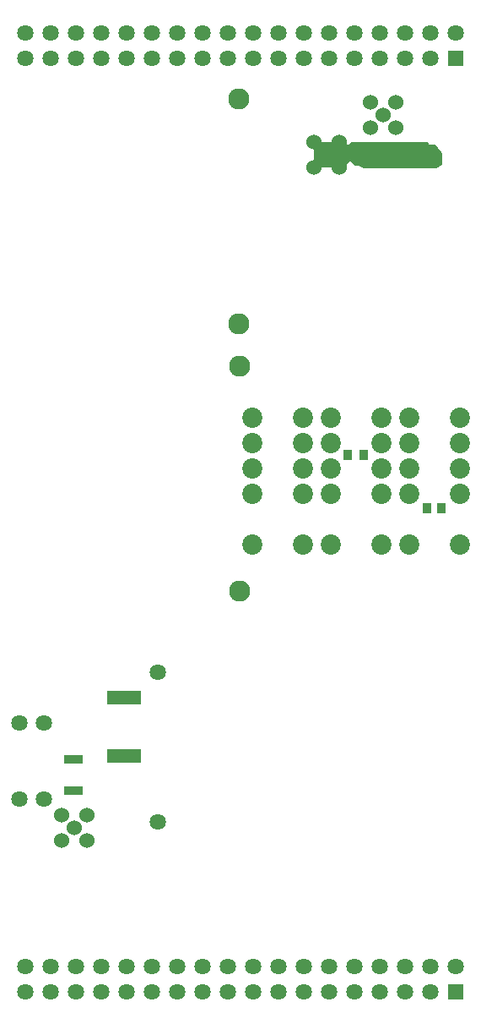
<source format=gbs>
G04*
G04 #@! TF.GenerationSoftware,Altium Limited,Altium Designer,22.4.2 (48)*
G04*
G04 Layer_Color=16711935*
%FSLAX25Y25*%
%MOIN*%
G70*
G04*
G04 #@! TF.SameCoordinates,2E2B2F14-C775-4052-8AD3-083FCFC3520C*
G04*
G04*
G04 #@! TF.FilePolarity,Negative*
G04*
G01*
G75*
%ADD31C,0.01181*%
%ADD32R,0.13492X0.05815*%
%ADD37R,0.03650X0.04043*%
%ADD48C,0.06406*%
%ADD49C,0.06012*%
%ADD50C,0.07980*%
%ADD51C,0.08374*%
%ADD52R,0.06406X0.06406*%
%ADD65R,0.07193X0.03650*%
G36*
X138347Y-51968D02*
X175057D01*
X175856Y-52768D01*
X177856Y-56268D01*
Y-59768D01*
X177356Y-60268D01*
X177325Y-60236D01*
X143740D01*
X141651Y-58147D01*
X138893Y-60905D01*
X127284D01*
Y-50906D01*
X137284D01*
X138347Y-51968D01*
D02*
G37*
D31*
X177356Y-55975D02*
G03*
X176856Y-54768I-1707J0D01*
G01*
D02*
G03*
X170821Y-52268I-6036J-6036D01*
G01*
X176356Y-60268D02*
G03*
X177356Y-57854I-2414J2414D01*
G01*
X175149Y-60768D02*
G03*
X176356Y-60268I0J1707D01*
G01*
X145649Y-60061D02*
G03*
X147356Y-60768I1707J1707D01*
G01*
X145356Y-59768D02*
G03*
X142942Y-58768I-2414J-2414D01*
G01*
X167856Y-51768D02*
X171856D01*
X164356D02*
X167856D01*
X160356D02*
X164356D01*
X156856D02*
X160356D01*
X153356D02*
X156856D01*
X149356D02*
X153356D01*
X145356D02*
X149356D01*
X142327D02*
X145356D01*
X141732Y-52362D02*
X142327Y-51768D01*
X177356Y-57268D02*
Y-55975D01*
X163356Y-60768D02*
X175149D01*
X159356D02*
X163356D01*
X177356Y-57854D02*
Y-57268D01*
X155356Y-60768D02*
X163356D01*
X147356D02*
X163356D01*
X145356Y-59768D02*
X145649Y-60061D01*
D32*
X52165Y-270000D02*
D03*
Y-293032D02*
D03*
D37*
X147008Y-174449D02*
D03*
X140472Y-174409D02*
D03*
X177559Y-195276D02*
D03*
X172047D02*
D03*
D48*
X11024Y-309882D02*
D03*
Y-279882D02*
D03*
X20472D02*
D03*
Y-309882D02*
D03*
X65748Y-318898D02*
D03*
Y-259842D02*
D03*
X173425Y-385827D02*
D03*
X163425D02*
D03*
X153425D02*
D03*
X143425D02*
D03*
X133425D02*
D03*
X123425D02*
D03*
X113425D02*
D03*
X103425D02*
D03*
Y-375827D02*
D03*
X123425D02*
D03*
X133425D02*
D03*
X143425D02*
D03*
X183425D02*
D03*
X173425D02*
D03*
X163425D02*
D03*
X153425D02*
D03*
X113425D02*
D03*
X93425Y-385827D02*
D03*
Y-375827D02*
D03*
X83425Y-385827D02*
D03*
Y-375827D02*
D03*
X73425Y-385827D02*
D03*
Y-375827D02*
D03*
X63425Y-385827D02*
D03*
Y-375827D02*
D03*
X53425Y-385827D02*
D03*
Y-375827D02*
D03*
X43425Y-385827D02*
D03*
Y-375827D02*
D03*
X33425Y-385827D02*
D03*
Y-375827D02*
D03*
X23425Y-385827D02*
D03*
Y-375827D02*
D03*
X13425Y-385827D02*
D03*
Y-375827D02*
D03*
Y-7874D02*
D03*
Y-17874D02*
D03*
X23425Y-7874D02*
D03*
Y-17874D02*
D03*
X33425Y-7874D02*
D03*
Y-17874D02*
D03*
X43425Y-7874D02*
D03*
Y-17874D02*
D03*
X53425Y-7874D02*
D03*
Y-17874D02*
D03*
X63425Y-7874D02*
D03*
Y-17874D02*
D03*
X73425Y-7874D02*
D03*
Y-17874D02*
D03*
X83425Y-7874D02*
D03*
Y-17874D02*
D03*
X93425Y-7874D02*
D03*
Y-17874D02*
D03*
X103425Y-7874D02*
D03*
Y-17874D02*
D03*
X113425Y-7874D02*
D03*
Y-17874D02*
D03*
X123425Y-7874D02*
D03*
Y-17874D02*
D03*
X133425Y-7874D02*
D03*
Y-17874D02*
D03*
X143425Y-7874D02*
D03*
Y-17874D02*
D03*
X153425Y-7874D02*
D03*
Y-17874D02*
D03*
X163425Y-7874D02*
D03*
Y-17874D02*
D03*
X173425Y-7874D02*
D03*
Y-17874D02*
D03*
X183425Y-7874D02*
D03*
D49*
X27677Y-326260D02*
D03*
Y-316260D02*
D03*
X37677D02*
D03*
Y-326260D02*
D03*
X32677Y-321260D02*
D03*
X159787Y-45175D02*
D03*
Y-35175D02*
D03*
X149787D02*
D03*
Y-45175D02*
D03*
X154787Y-40175D02*
D03*
X127284Y-60905D02*
D03*
X137284D02*
D03*
Y-50906D02*
D03*
X127284D02*
D03*
X132283Y-55905D02*
D03*
D50*
X153807Y-209681D02*
D03*
Y-189681D02*
D03*
Y-179681D02*
D03*
Y-169681D02*
D03*
Y-159681D02*
D03*
X133807D02*
D03*
Y-179681D02*
D03*
Y-209681D02*
D03*
Y-189681D02*
D03*
Y-169681D02*
D03*
X164807Y-209681D02*
D03*
Y-189681D02*
D03*
Y-179681D02*
D03*
Y-169681D02*
D03*
Y-159681D02*
D03*
X184807D02*
D03*
Y-169681D02*
D03*
Y-179681D02*
D03*
Y-189681D02*
D03*
Y-209681D02*
D03*
X102807D02*
D03*
Y-189681D02*
D03*
Y-179681D02*
D03*
Y-169681D02*
D03*
Y-159681D02*
D03*
X122807D02*
D03*
Y-169681D02*
D03*
Y-179681D02*
D03*
Y-189681D02*
D03*
Y-209681D02*
D03*
D51*
X97736Y-122591D02*
D03*
Y-34008D02*
D03*
X97862Y-228047D02*
D03*
Y-139465D02*
D03*
D52*
X183425Y-385827D02*
D03*
Y-17874D02*
D03*
D65*
X32165Y-306634D02*
D03*
Y-294429D02*
D03*
M02*

</source>
